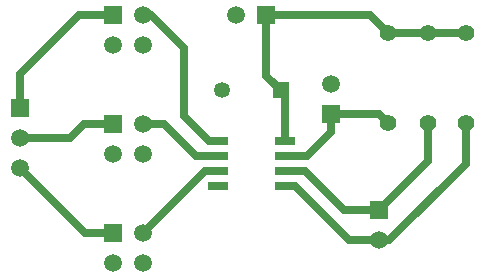
<source format=gtl>
G04 Layer_Physical_Order=1*
G04 Layer_Color=255*
%FSLAX23Y23*%
%MOIN*%
G70*
G01*
G75*
%ADD10R,0.065X0.026*%
%ADD11C,0.025*%
%ADD12C,0.055*%
%ADD13C,0.053*%
%ADD14R,0.053X0.053*%
%ADD15R,0.059X0.059*%
%ADD16C,0.059*%
%ADD17R,0.059X0.059*%
D10*
X4659Y3415D02*
D03*
X4659Y3365D02*
D03*
X4659Y3315D02*
D03*
X4659Y3265D02*
D03*
X4881Y3415D02*
D03*
X4881Y3365D02*
D03*
X4881Y3315D02*
D03*
X4881Y3265D02*
D03*
D11*
X5485Y3340D02*
X5485Y3475D01*
X5230Y3085D02*
X5485Y3340D01*
X5195Y3085D02*
X5230Y3085D01*
X5360Y3775D02*
X5485Y3775D01*
X5225Y3775D02*
X5360Y3775D01*
X5165Y3835D02*
X5225Y3775D01*
X4820Y3835D02*
X5165Y3835D01*
X5360Y3350D02*
X5360Y3475D01*
X5195Y3185D02*
X5360Y3350D01*
X5195Y3505D02*
X5225Y3475D01*
X5035Y3505D02*
X5195Y3505D01*
X5035Y3445D02*
X5035Y3505D01*
X4955Y3365D02*
X5035Y3445D01*
X4881Y3365D02*
X4955Y3365D01*
X5095Y3085D02*
X5195Y3085D01*
X4915Y3265D02*
X5095Y3085D01*
X4881Y3265D02*
X4915Y3265D01*
X5080Y3185D02*
X5195Y3185D01*
X4950Y3315D02*
X5080Y3185D01*
X4881Y3315D02*
X4950Y3315D01*
X4630Y3415D02*
X4659Y3415D01*
X4545Y3500D02*
X4630Y3415D01*
X4545Y3500D02*
X4545Y3725D01*
X4615Y3315D02*
X4659Y3315D01*
X4410Y3110D02*
X4615Y3315D01*
X4881Y3415D02*
X4881Y3571D01*
X4868Y3584D02*
X4881Y3571D01*
X4820Y3632D02*
X4868Y3584D01*
X4820Y3632D02*
X4820Y3835D01*
X4435Y3835D02*
X4545Y3725D01*
X4410Y3835D02*
X4435Y3835D01*
X4410Y3473D02*
X4477Y3473D01*
X4585Y3365D01*
X4659Y3365D01*
X4216Y3110D02*
X4310Y3110D01*
X4000Y3326D02*
X4216Y3110D01*
X4213Y3473D02*
X4310Y3473D01*
X4166Y3426D02*
X4213Y3473D01*
X4000Y3426D02*
X4166Y3426D01*
X4195Y3835D02*
X4310Y3835D01*
X4000Y3640D02*
X4195Y3835D01*
X4000Y3526D02*
X4000Y3640D01*
D12*
X5485Y3775D02*
D03*
X5485Y3475D02*
D03*
X5360Y3775D02*
D03*
X5360Y3475D02*
D03*
X5225Y3775D02*
D03*
X5225Y3475D02*
D03*
D13*
X4672Y3584D02*
D03*
D14*
X4868Y3584D02*
D03*
D15*
X5035Y3505D02*
D03*
X5195Y3185D02*
D03*
X4310Y3110D02*
D03*
X4310Y3473D02*
D03*
X4310Y3835D02*
D03*
X4000Y3526D02*
D03*
D16*
X5035Y3605D02*
D03*
X5195Y3085D02*
D03*
X4410Y3010D02*
D03*
X4310Y3010D02*
D03*
X4410Y3110D02*
D03*
X4410Y3372D02*
D03*
X4310Y3372D02*
D03*
X4410Y3473D02*
D03*
X4720Y3835D02*
D03*
X4410Y3735D02*
D03*
X4310Y3735D02*
D03*
X4410Y3835D02*
D03*
X4000Y3426D02*
D03*
X4000Y3326D02*
D03*
D17*
X4820Y3835D02*
D03*
M02*

</source>
